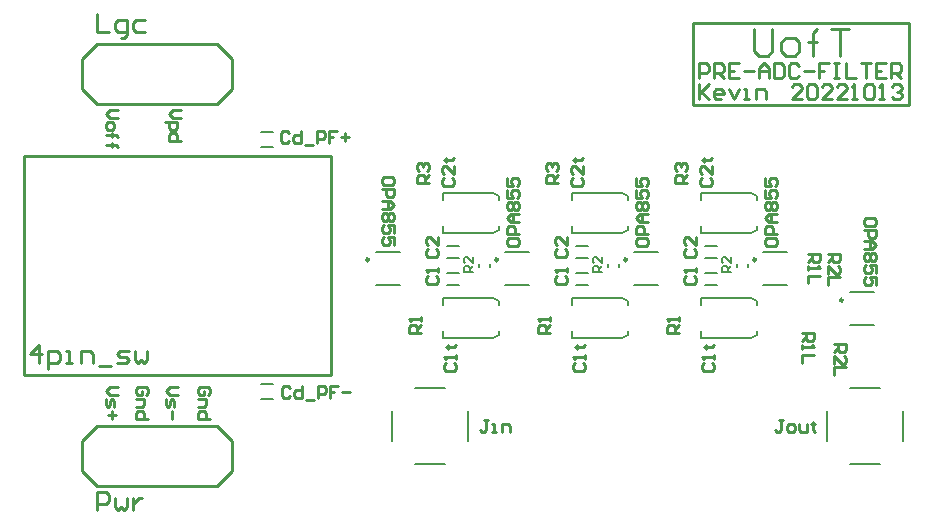
<source format=gto>
G04*
G04 #@! TF.GenerationSoftware,Altium Limited,Altium Designer,22.10.1 (41)*
G04*
G04 Layer_Color=65535*
%FSLAX44Y44*%
%MOMM*%
G71*
G04*
G04 #@! TF.SameCoordinates,7D2A880A-0552-440C-8A1C-2383AA23BDA6*
G04*
G04*
G04 #@! TF.FilePolarity,Positive*
G04*
G01*
G75*
%ADD10C,0.2500*%
%ADD11C,0.2540*%
%ADD12C,0.2000*%
%ADD13C,0.1270*%
%ADD14C,0.2032*%
D10*
X683520Y149740D02*
G03*
X683520Y149740I-1250J0D01*
G01*
X282200Y184030D02*
G03*
X282200Y184030I-1250J0D01*
G01*
X391420D02*
G03*
X391420Y184030I-1250J0D01*
G01*
X500640D02*
G03*
X500640Y184030I-1250J0D01*
G01*
X609860D02*
G03*
X609860Y184030I-1250J0D01*
G01*
D11*
X556260Y314960D02*
X739140D01*
X556260Y384810D02*
X739140D01*
Y314960D02*
Y384810D01*
X556260Y314960D02*
Y384810D01*
X-10160Y86360D02*
Y271780D01*
X250190Y86360D02*
Y271780D01*
X-10160D02*
X250190D01*
X-10160Y86360D02*
X250190D01*
X52070Y-7620D02*
X153670D01*
X39370Y5080D02*
X52070Y-7620D01*
X39370Y5080D02*
Y30480D01*
X52070Y43180D01*
X153670D01*
X166370Y30480D01*
X153670Y-7620D02*
X166370Y5080D01*
Y30480D01*
X39370Y328930D02*
Y354330D01*
X52070Y367030D01*
X39370Y328930D02*
X52070Y316230D01*
X153670D01*
X166370Y328930D01*
Y354330D01*
X153670Y367030D02*
X166370Y354330D01*
X52070Y367030D02*
X153670D01*
X561340Y332736D02*
Y320040D01*
Y324272D01*
X569804Y332736D01*
X563456Y326388D01*
X569804Y320040D01*
X580384D02*
X576152D01*
X574036Y322156D01*
Y326388D01*
X576152Y328504D01*
X580384D01*
X582500Y326388D01*
Y324272D01*
X574036D01*
X586732Y328504D02*
X590964Y320040D01*
X595196Y328504D01*
X599428Y320040D02*
X603660D01*
X601544D01*
Y328504D01*
X599428D01*
X610008Y320040D02*
Y328504D01*
X616356D01*
X618471Y326388D01*
Y320040D01*
X608330Y379723D02*
Y360679D01*
X612139Y356870D01*
X619756D01*
X623565Y360679D01*
Y379723D01*
X634991Y356870D02*
X642609D01*
X646418Y360679D01*
Y368296D01*
X642609Y372105D01*
X634991D01*
X631183Y368296D01*
Y360679D01*
X634991Y356870D01*
X657844D02*
Y375914D01*
Y368296D01*
X654035D01*
X661653D01*
X657844D01*
Y375914D01*
X661653Y379723D01*
X673079D02*
X688314D01*
X680697D01*
Y356870D01*
X648544Y320040D02*
X640080D01*
X648544Y328504D01*
Y330620D01*
X646428Y332736D01*
X642196D01*
X640080Y330620D01*
X652776D02*
X654892Y332736D01*
X659124D01*
X661240Y330620D01*
Y322156D01*
X659124Y320040D01*
X654892D01*
X652776Y322156D01*
Y330620D01*
X673936Y320040D02*
X665472D01*
X673936Y328504D01*
Y330620D01*
X671820Y332736D01*
X667588D01*
X665472Y330620D01*
X686632Y320040D02*
X678168D01*
X686632Y328504D01*
Y330620D01*
X684516Y332736D01*
X680284D01*
X678168Y330620D01*
X690863Y320040D02*
X695096D01*
X692980D01*
Y332736D01*
X690863Y330620D01*
X701443D02*
X703559Y332736D01*
X707791D01*
X709907Y330620D01*
Y322156D01*
X707791Y320040D01*
X703559D01*
X701443Y322156D01*
Y330620D01*
X714139Y320040D02*
X718371D01*
X716255D01*
Y332736D01*
X714139Y330620D01*
X724719D02*
X726835Y332736D01*
X731067D01*
X733183Y330620D01*
Y328504D01*
X731067Y326388D01*
X728951D01*
X731067D01*
X733183Y324272D01*
Y322156D01*
X731067Y320040D01*
X726835D01*
X724719Y322156D01*
X561340Y337820D02*
Y350516D01*
X567688D01*
X569804Y348400D01*
Y344168D01*
X567688Y342052D01*
X561340D01*
X574036Y337820D02*
Y350516D01*
X580384D01*
X582500Y348400D01*
Y344168D01*
X580384Y342052D01*
X574036D01*
X578268D02*
X582500Y337820D01*
X595196Y350516D02*
X586732D01*
Y337820D01*
X595196D01*
X586732Y344168D02*
X590964D01*
X599428D02*
X607892D01*
X612123Y337820D02*
Y346284D01*
X616356Y350516D01*
X620588Y346284D01*
Y337820D01*
Y344168D01*
X612123D01*
X624819Y350516D02*
Y337820D01*
X631167D01*
X633283Y339936D01*
Y348400D01*
X631167Y350516D01*
X624819D01*
X645979Y348400D02*
X643863Y350516D01*
X639631D01*
X637515Y348400D01*
Y339936D01*
X639631Y337820D01*
X643863D01*
X645979Y339936D01*
X650211Y344168D02*
X658675D01*
X671371Y350516D02*
X662907D01*
Y344168D01*
X667139D01*
X662907D01*
Y337820D01*
X675603Y350516D02*
X679835D01*
X677719D01*
Y337820D01*
X675603D01*
X679835D01*
X686183Y350516D02*
Y337820D01*
X694647D01*
X698879Y350516D02*
X707343D01*
X703111D01*
Y337820D01*
X720039Y350516D02*
X711575D01*
Y337820D01*
X720039D01*
X711575Y344168D02*
X715807D01*
X724270Y337820D02*
Y350516D01*
X730619D01*
X732735Y348400D01*
Y344168D01*
X730619Y342052D01*
X724270D01*
X728503D02*
X732735Y337820D01*
X347136Y96941D02*
X345443Y95248D01*
Y91863D01*
X347136Y90170D01*
X353907D01*
X355600Y91863D01*
Y95248D01*
X353907Y96941D01*
X355600Y100327D02*
Y103712D01*
Y102020D01*
X345443D01*
X347136Y100327D01*
Y110483D02*
X348829D01*
Y108791D01*
Y112176D01*
Y110483D01*
X353907D01*
X355600Y112176D01*
X326390Y121920D02*
X316233D01*
Y126998D01*
X317926Y128691D01*
X321312D01*
X323004Y126998D01*
Y121920D01*
Y125306D02*
X326390Y128691D01*
Y132077D02*
Y135462D01*
Y133770D01*
X316233D01*
X317926Y132077D01*
X331896Y170601D02*
X330203Y168908D01*
Y165523D01*
X331896Y163830D01*
X338667D01*
X340360Y165523D01*
Y168908D01*
X338667Y170601D01*
X340360Y173987D02*
Y177372D01*
Y175679D01*
X330203D01*
X331896Y173987D01*
Y193461D02*
X330203Y191768D01*
Y188383D01*
X331896Y186690D01*
X338667D01*
X340360Y188383D01*
Y191768D01*
X338667Y193461D01*
X340360Y203618D02*
Y196847D01*
X333589Y203618D01*
X331896D01*
X330203Y201925D01*
Y198540D01*
X331896Y196847D01*
X332740Y248920D02*
X322583D01*
Y253998D01*
X324276Y255691D01*
X327662D01*
X329354Y253998D01*
Y248920D01*
Y252306D02*
X332740Y255691D01*
X324276Y259077D02*
X322583Y260770D01*
Y264155D01*
X324276Y265848D01*
X325969D01*
X327662Y264155D01*
Y262462D01*
Y264155D01*
X329354Y265848D01*
X331047D01*
X332740Y264155D01*
Y260770D01*
X331047Y259077D01*
X345866Y253151D02*
X344173Y251458D01*
Y248073D01*
X345866Y246380D01*
X352637D01*
X354330Y248073D01*
Y251458D01*
X352637Y253151D01*
X354330Y263308D02*
Y256537D01*
X347559Y263308D01*
X345866D01*
X344173Y261615D01*
Y258230D01*
X345866Y256537D01*
Y268386D02*
X347559D01*
Y266693D01*
Y270079D01*
Y268386D01*
X352637D01*
X354330Y270079D01*
X398783Y200658D02*
Y197273D01*
X400476Y195580D01*
X407247D01*
X408940Y197273D01*
Y200658D01*
X407247Y202351D01*
X400476D01*
X398783Y200658D01*
X408940Y205737D02*
X398783D01*
Y210815D01*
X400476Y212508D01*
X403862D01*
X405554Y210815D01*
Y205737D01*
X408940Y215893D02*
X402169D01*
X398783Y219279D01*
X402169Y222665D01*
X408940D01*
X403862D01*
Y215893D01*
X400476Y226050D02*
X398783Y227743D01*
Y231129D01*
X400476Y232821D01*
X402169D01*
X403862Y231129D01*
X405554Y232821D01*
X407247D01*
X408940Y231129D01*
Y227743D01*
X407247Y226050D01*
X405554D01*
X403862Y227743D01*
X402169Y226050D01*
X400476D01*
X403862Y227743D02*
Y231129D01*
X398783Y242978D02*
Y236207D01*
X403862D01*
X402169Y239592D01*
Y241285D01*
X403862Y242978D01*
X407247D01*
X408940Y241285D01*
Y237900D01*
X407247Y236207D01*
X398783Y253135D02*
Y246364D01*
X403862D01*
X402169Y249749D01*
Y251442D01*
X403862Y253135D01*
X407247D01*
X408940Y251442D01*
Y248056D01*
X407247Y246364D01*
X456356Y96941D02*
X454663Y95248D01*
Y91863D01*
X456356Y90170D01*
X463127D01*
X464820Y91863D01*
Y95248D01*
X463127Y96941D01*
X464820Y100327D02*
Y103712D01*
Y102020D01*
X454663D01*
X456356Y100327D01*
Y110483D02*
X458049D01*
Y108791D01*
Y112176D01*
Y110483D01*
X463127D01*
X464820Y112176D01*
X435610Y121920D02*
X425453D01*
Y126998D01*
X427146Y128691D01*
X430532D01*
X432224Y126998D01*
Y121920D01*
Y125306D02*
X435610Y128691D01*
Y132077D02*
Y135462D01*
Y133770D01*
X425453D01*
X427146Y132077D01*
X441116Y170601D02*
X439423Y168908D01*
Y165523D01*
X441116Y163830D01*
X447887D01*
X449580Y165523D01*
Y168908D01*
X447887Y170601D01*
X449580Y173987D02*
Y177372D01*
Y175679D01*
X439423D01*
X441116Y173987D01*
Y193461D02*
X439423Y191768D01*
Y188383D01*
X441116Y186690D01*
X447887D01*
X449580Y188383D01*
Y191768D01*
X447887Y193461D01*
X449580Y203618D02*
Y196847D01*
X442809Y203618D01*
X441116D01*
X439423Y201925D01*
Y198540D01*
X441116Y196847D01*
X441960Y248920D02*
X431803D01*
Y253998D01*
X433496Y255691D01*
X436882D01*
X438574Y253998D01*
Y248920D01*
Y252306D02*
X441960Y255691D01*
X433496Y259077D02*
X431803Y260770D01*
Y264155D01*
X433496Y265848D01*
X435189D01*
X436882Y264155D01*
Y262462D01*
Y264155D01*
X438574Y265848D01*
X440267D01*
X441960Y264155D01*
Y260770D01*
X440267Y259077D01*
X455086Y253151D02*
X453393Y251458D01*
Y248073D01*
X455086Y246380D01*
X461857D01*
X463550Y248073D01*
Y251458D01*
X461857Y253151D01*
X463550Y263308D02*
Y256537D01*
X456779Y263308D01*
X455086D01*
X453393Y261615D01*
Y258230D01*
X455086Y256537D01*
Y268386D02*
X456779D01*
Y266693D01*
Y270079D01*
Y268386D01*
X461857D01*
X463550Y270079D01*
X508003Y200658D02*
Y197273D01*
X509696Y195580D01*
X516467D01*
X518160Y197273D01*
Y200658D01*
X516467Y202351D01*
X509696D01*
X508003Y200658D01*
X518160Y205737D02*
X508003D01*
Y210815D01*
X509696Y212508D01*
X513082D01*
X514774Y210815D01*
Y205737D01*
X518160Y215893D02*
X511389D01*
X508003Y219279D01*
X511389Y222665D01*
X518160D01*
X513082D01*
Y215893D01*
X509696Y226050D02*
X508003Y227743D01*
Y231129D01*
X509696Y232821D01*
X511389D01*
X513082Y231129D01*
X514774Y232821D01*
X516467D01*
X518160Y231129D01*
Y227743D01*
X516467Y226050D01*
X514774D01*
X513082Y227743D01*
X511389Y226050D01*
X509696D01*
X513082Y227743D02*
Y231129D01*
X508003Y242978D02*
Y236207D01*
X513082D01*
X511389Y239592D01*
Y241285D01*
X513082Y242978D01*
X516467D01*
X518160Y241285D01*
Y237900D01*
X516467Y236207D01*
X508003Y253135D02*
Y246364D01*
X513082D01*
X511389Y249749D01*
Y251442D01*
X513082Y253135D01*
X516467D01*
X518160Y251442D01*
Y248056D01*
X516467Y246364D01*
X711197Y214632D02*
Y218017D01*
X709504Y219710D01*
X702733D01*
X701040Y218017D01*
Y214632D01*
X702733Y212939D01*
X709504D01*
X711197Y214632D01*
X701040Y209553D02*
X711197D01*
Y204475D01*
X709504Y202782D01*
X706118D01*
X704426Y204475D01*
Y209553D01*
X701040Y199397D02*
X707811D01*
X711197Y196011D01*
X707811Y192625D01*
X701040D01*
X706118D01*
Y199397D01*
X709504Y189240D02*
X711197Y187547D01*
Y184161D01*
X709504Y182469D01*
X707811D01*
X706118Y184161D01*
X704426Y182469D01*
X702733D01*
X701040Y184161D01*
Y187547D01*
X702733Y189240D01*
X704426D01*
X706118Y187547D01*
X707811Y189240D01*
X709504D01*
X706118Y187547D02*
Y184161D01*
X711197Y172312D02*
Y179083D01*
X706118D01*
X707811Y175697D01*
Y174005D01*
X706118Y172312D01*
X702733D01*
X701040Y174005D01*
Y177390D01*
X702733Y179083D01*
X711197Y162155D02*
Y168926D01*
X706118D01*
X707811Y165541D01*
Y163848D01*
X706118Y162155D01*
X702733D01*
X701040Y163848D01*
Y167234D01*
X702733Y168926D01*
X648970Y121920D02*
X659127D01*
Y116842D01*
X657434Y115149D01*
X654048D01*
X652356Y116842D01*
Y121920D01*
Y118534D02*
X648970Y115149D01*
Y111763D02*
Y108378D01*
Y110070D01*
X659127D01*
X657434Y111763D01*
X659127Y103299D02*
X648970D01*
Y96528D01*
X675640Y113030D02*
X685797D01*
Y107952D01*
X684104Y106259D01*
X680718D01*
X679026Y107952D01*
Y113030D01*
Y109644D02*
X675640Y106259D01*
Y96102D02*
Y102873D01*
X682411Y96102D01*
X684104D01*
X685797Y97795D01*
Y101180D01*
X684104Y102873D01*
X685797Y92717D02*
X675640D01*
Y85945D01*
X654050Y189230D02*
X664207D01*
Y184152D01*
X662514Y182459D01*
X659128D01*
X657436Y184152D01*
Y189230D01*
Y185844D02*
X654050Y182459D01*
Y179073D02*
Y175688D01*
Y177381D01*
X664207D01*
X662514Y179073D01*
X664207Y170609D02*
X654050D01*
Y163838D01*
X670560Y189230D02*
X680717D01*
Y184152D01*
X679024Y182459D01*
X675638D01*
X673946Y184152D01*
Y189230D01*
Y185844D02*
X670560Y182459D01*
Y172302D02*
Y179073D01*
X677331Y172302D01*
X679024D01*
X680717Y173995D01*
Y177381D01*
X679024Y179073D01*
X680717Y168917D02*
X670560D01*
Y162145D01*
X617223Y200658D02*
Y197273D01*
X618916Y195580D01*
X625687D01*
X627380Y197273D01*
Y200658D01*
X625687Y202351D01*
X618916D01*
X617223Y200658D01*
X627380Y205737D02*
X617223D01*
Y210815D01*
X618916Y212508D01*
X622302D01*
X623994Y210815D01*
Y205737D01*
X627380Y215893D02*
X620609D01*
X617223Y219279D01*
X620609Y222665D01*
X627380D01*
X622302D01*
Y215893D01*
X618916Y226050D02*
X617223Y227743D01*
Y231129D01*
X618916Y232821D01*
X620609D01*
X622302Y231129D01*
X623994Y232821D01*
X625687D01*
X627380Y231129D01*
Y227743D01*
X625687Y226050D01*
X623994D01*
X622302Y227743D01*
X620609Y226050D01*
X618916D01*
X622302Y227743D02*
Y231129D01*
X617223Y242978D02*
Y236207D01*
X622302D01*
X620609Y239592D01*
Y241285D01*
X622302Y242978D01*
X625687D01*
X627380Y241285D01*
Y237900D01*
X625687Y236207D01*
X617223Y253135D02*
Y246364D01*
X622302D01*
X620609Y249749D01*
Y251442D01*
X622302Y253135D01*
X625687D01*
X627380Y251442D01*
Y248056D01*
X625687Y246364D01*
X564306Y253151D02*
X562613Y251458D01*
Y248073D01*
X564306Y246380D01*
X571077D01*
X572770Y248073D01*
Y251458D01*
X571077Y253151D01*
X572770Y263308D02*
Y256537D01*
X565999Y263308D01*
X564306D01*
X562613Y261615D01*
Y258230D01*
X564306Y256537D01*
Y268386D02*
X565999D01*
Y266693D01*
Y270079D01*
Y268386D01*
X571077D01*
X572770Y270079D01*
X551180Y248920D02*
X541023D01*
Y253998D01*
X542716Y255691D01*
X546102D01*
X547794Y253998D01*
Y248920D01*
Y252306D02*
X551180Y255691D01*
X542716Y259077D02*
X541023Y260770D01*
Y264155D01*
X542716Y265848D01*
X544409D01*
X546102Y264155D01*
Y262462D01*
Y264155D01*
X547794Y265848D01*
X549487D01*
X551180Y264155D01*
Y260770D01*
X549487Y259077D01*
X550336Y193461D02*
X548643Y191768D01*
Y188383D01*
X550336Y186690D01*
X557107D01*
X558800Y188383D01*
Y191768D01*
X557107Y193461D01*
X558800Y203618D02*
Y196847D01*
X552029Y203618D01*
X550336D01*
X548643Y201925D01*
Y198540D01*
X550336Y196847D01*
Y170601D02*
X548643Y168908D01*
Y165523D01*
X550336Y163830D01*
X557107D01*
X558800Y165523D01*
Y168908D01*
X557107Y170601D01*
X558800Y173987D02*
Y177372D01*
Y175679D01*
X548643D01*
X550336Y173987D01*
X544830Y121920D02*
X534673D01*
Y126998D01*
X536366Y128691D01*
X539752D01*
X541444Y126998D01*
Y121920D01*
Y125306D02*
X544830Y128691D01*
Y132077D02*
Y135462D01*
Y133770D01*
X534673D01*
X536366Y132077D01*
X565576Y96941D02*
X563883Y95248D01*
Y91863D01*
X565576Y90170D01*
X572347D01*
X574040Y91863D01*
Y95248D01*
X572347Y96941D01*
X574040Y100327D02*
Y103712D01*
Y102020D01*
X563883D01*
X565576Y100327D01*
Y110483D02*
X567269D01*
Y108791D01*
Y112176D01*
Y110483D01*
X572347D01*
X574040Y112176D01*
X303527Y248922D02*
Y252307D01*
X301834Y254000D01*
X295063D01*
X293370Y252307D01*
Y248922D01*
X295063Y247229D01*
X301834D01*
X303527Y248922D01*
X293370Y243843D02*
X303527D01*
Y238765D01*
X301834Y237072D01*
X298448D01*
X296756Y238765D01*
Y243843D01*
X293370Y233687D02*
X300141D01*
X303527Y230301D01*
X300141Y226915D01*
X293370D01*
X298448D01*
Y233687D01*
X301834Y223530D02*
X303527Y221837D01*
Y218451D01*
X301834Y216759D01*
X300141D01*
X298448Y218451D01*
X296756Y216759D01*
X295063D01*
X293370Y218451D01*
Y221837D01*
X295063Y223530D01*
X296756D01*
X298448Y221837D01*
X300141Y223530D01*
X301834D01*
X298448Y221837D02*
Y218451D01*
X303527Y206602D02*
Y213373D01*
X298448D01*
X300141Y209988D01*
Y208295D01*
X298448Y206602D01*
X295063D01*
X293370Y208295D01*
Y211680D01*
X295063Y213373D01*
X303527Y196445D02*
Y203216D01*
X298448D01*
X300141Y199831D01*
Y198138D01*
X298448Y196445D01*
X295063D01*
X293370Y198138D01*
Y201524D01*
X295063Y203216D01*
X93554Y69429D02*
X95247Y71122D01*
Y74507D01*
X93554Y76200D01*
X86783D01*
X85090Y74507D01*
Y71122D01*
X86783Y69429D01*
X90168D01*
Y72814D01*
X85090Y66043D02*
X91861D01*
Y60965D01*
X90168Y59272D01*
X85090D01*
X95247Y49115D02*
X85090D01*
Y54194D01*
X86783Y55887D01*
X90168D01*
X91861Y54194D01*
Y49115D01*
X145624Y69429D02*
X147317Y71122D01*
Y74507D01*
X145624Y76200D01*
X138853D01*
X137160Y74507D01*
Y71122D01*
X138853Y69429D01*
X142238D01*
Y72814D01*
X137160Y66043D02*
X143931D01*
Y60965D01*
X142238Y59272D01*
X137160D01*
X147317Y49115D02*
X137160D01*
Y54194D01*
X138853Y55887D01*
X142238D01*
X143931Y54194D01*
Y49115D01*
X69847Y76200D02*
X63076D01*
X59690Y72814D01*
X63076Y69429D01*
X69847D01*
X59690Y66043D02*
Y60965D01*
X61383Y59272D01*
X63076Y60965D01*
Y64351D01*
X64768Y66043D01*
X66461Y64351D01*
Y59272D01*
X64768Y55887D02*
Y49115D01*
X68154Y52501D02*
X61383D01*
X120647Y76200D02*
X113876D01*
X110490Y72814D01*
X113876Y69429D01*
X120647D01*
X110490Y66043D02*
Y60965D01*
X112183Y59272D01*
X113876Y60965D01*
Y64351D01*
X115568Y66043D01*
X117261Y64351D01*
Y59272D01*
X115568Y55887D02*
Y49115D01*
X69847Y311150D02*
X63076D01*
X59690Y307764D01*
X63076Y304379D01*
X69847D01*
X59690Y299300D02*
Y295915D01*
X61383Y294222D01*
X64768D01*
X66461Y295915D01*
Y299300D01*
X64768Y300993D01*
X61383D01*
X59690Y299300D01*
Y289144D02*
X68154D01*
X64768D01*
Y290837D01*
Y287451D01*
Y289144D01*
X68154D01*
X69847Y287451D01*
X59690Y280680D02*
X68154D01*
X64768D01*
Y282373D01*
Y278987D01*
Y280680D01*
X68154D01*
X69847Y278987D01*
X122762Y311150D02*
X115991D01*
X112606Y307764D01*
X115991Y304379D01*
X122762D01*
X109220Y300993D02*
X119377D01*
Y295915D01*
X117684Y294222D01*
X114298D01*
X112606Y295915D01*
Y300993D01*
X122762Y284065D02*
X112606D01*
Y289144D01*
X114298Y290837D01*
X117684D01*
X119377Y289144D01*
Y284065D01*
X52077Y392427D02*
Y377192D01*
X62233D01*
X72390Y372113D02*
X74929D01*
X77468Y374652D01*
Y387348D01*
X69851D01*
X67312Y384809D01*
Y379731D01*
X69851Y377192D01*
X77468D01*
X92703Y387348D02*
X85086D01*
X82547Y384809D01*
Y379731D01*
X85086Y377192D01*
X92703D01*
X2554Y96522D02*
Y111757D01*
X-5064Y104139D01*
X5093D01*
X10171Y91443D02*
Y106678D01*
X17789D01*
X20328Y104139D01*
Y99061D01*
X17789Y96522D01*
X10171D01*
X25406D02*
X30484D01*
X27945D01*
Y106678D01*
X25406D01*
X38102Y96522D02*
Y106678D01*
X45720D01*
X48259Y104139D01*
Y96522D01*
X53337Y93982D02*
X63494D01*
X68572Y96522D02*
X76190D01*
X78729Y99061D01*
X76190Y101600D01*
X71111D01*
X68572Y104139D01*
X71111Y106678D01*
X78729D01*
X83807D02*
Y99061D01*
X86347Y96522D01*
X88886Y99061D01*
X91425Y96522D01*
X93964Y99061D01*
Y106678D01*
X215484Y75352D02*
X213791Y77045D01*
X210405D01*
X208713Y75352D01*
Y68581D01*
X210405Y66888D01*
X213791D01*
X215484Y68581D01*
X225641Y77045D02*
Y66888D01*
X220562D01*
X218869Y68581D01*
Y71966D01*
X220562Y73659D01*
X225641D01*
X229026Y65195D02*
X235797D01*
X239183Y66888D02*
Y77045D01*
X244261D01*
X245954Y75352D01*
Y71966D01*
X244261Y70274D01*
X239183D01*
X256111Y77045D02*
X249340D01*
Y71966D01*
X252725D01*
X249340D01*
Y66888D01*
X259496Y71966D02*
X266267D01*
X214214Y291252D02*
X212521Y292945D01*
X209135D01*
X207443Y291252D01*
Y284481D01*
X209135Y282788D01*
X212521D01*
X214214Y284481D01*
X224370Y292945D02*
Y282788D01*
X219292D01*
X217599Y284481D01*
Y287866D01*
X219292Y289559D01*
X224370D01*
X227756Y281095D02*
X234527D01*
X237913Y282788D02*
Y292945D01*
X242991D01*
X244684Y291252D01*
Y287866D01*
X242991Y286174D01*
X237913D01*
X254841Y292945D02*
X248069D01*
Y287866D01*
X251455D01*
X248069D01*
Y282788D01*
X258226Y287866D02*
X264997D01*
X261612Y291252D02*
Y284481D01*
X52076Y-27938D02*
Y-12702D01*
X59694D01*
X62233Y-15242D01*
Y-20320D01*
X59694Y-22859D01*
X52076D01*
X67311Y-17781D02*
Y-25398D01*
X69850Y-27938D01*
X72390Y-25398D01*
X74929Y-27938D01*
X77468Y-25398D01*
Y-17781D01*
X82546D02*
Y-27938D01*
Y-22859D01*
X85085Y-20320D01*
X87625Y-17781D01*
X90164D01*
X632463Y48258D02*
X629078D01*
X630770D01*
Y39794D01*
X629078Y38102D01*
X627385D01*
X625692Y39794D01*
X637542Y38102D02*
X640927D01*
X642620Y39794D01*
Y43180D01*
X640927Y44873D01*
X637542D01*
X635849Y43180D01*
Y39794D01*
X637542Y38102D01*
X646006Y44873D02*
Y39794D01*
X647698Y38102D01*
X652777D01*
Y44873D01*
X657855Y46566D02*
Y44873D01*
X656162D01*
X659548D01*
X657855D01*
Y39794D01*
X659548Y38102D01*
X382695Y48258D02*
X379310D01*
X381003D01*
Y39794D01*
X379310Y38102D01*
X377617D01*
X375924Y39794D01*
X386081Y38102D02*
X389466D01*
X387774D01*
Y44873D01*
X386081D01*
X394545Y38102D02*
Y44873D01*
X399623D01*
X401316Y43180D01*
Y38102D01*
D12*
X689770Y156240D02*
X709770D01*
X689717Y128300D02*
X709717D01*
X344551Y145370D02*
Y151892D01*
Y117348D02*
Y123870D01*
X344530Y117350D02*
X387300D01*
X344530Y151890D02*
X387300D01*
Y117350D02*
X392070Y120620D01*
X387300Y151890D02*
X392070Y148620D01*
Y120620D02*
Y123620D01*
Y145620D02*
Y148620D01*
X670310Y30690D02*
Y55670D01*
X689820Y75180D02*
X714800D01*
X734310Y30690D02*
Y55670D01*
X689820Y11180D02*
X714800D01*
X302010Y30690D02*
Y55670D01*
X321520Y75180D02*
X346500D01*
X366010Y30690D02*
Y55670D01*
X321520Y11180D02*
X346500D01*
X190770Y78740D02*
X200770D01*
X190770Y66040D02*
X200770D01*
X190770Y279400D02*
X200770D01*
X190770Y292100D02*
X200770D01*
X288397Y162590D02*
X308397D01*
X288450Y190530D02*
X308450D01*
X397617Y162590D02*
X417617D01*
X397670Y190530D02*
X417670D01*
X506837Y162590D02*
X526837D01*
X506890Y190530D02*
X526890D01*
X616057Y162590D02*
X636057D01*
X616110Y190530D02*
X636110D01*
X501290Y234520D02*
Y237520D01*
Y209520D02*
Y212520D01*
X496520Y240790D02*
X501290Y237520D01*
X496520Y206250D02*
X501290Y209520D01*
X453750Y240790D02*
X496520D01*
X453750Y206250D02*
X496520D01*
X453771Y206248D02*
Y212770D01*
Y234270D02*
Y240792D01*
X501290Y145620D02*
Y148620D01*
Y120620D02*
Y123620D01*
X496520Y151890D02*
X501290Y148620D01*
X496520Y117350D02*
X501290Y120620D01*
X453750Y151890D02*
X496520D01*
X453750Y117350D02*
X496520D01*
X453771Y117348D02*
Y123870D01*
Y145370D02*
Y151892D01*
X562991Y145370D02*
Y151892D01*
Y117348D02*
Y123870D01*
X562970Y117350D02*
X605740D01*
X562970Y151890D02*
X605740D01*
Y117350D02*
X610510Y120620D01*
X605740Y151890D02*
X610510Y148620D01*
Y120620D02*
Y123620D01*
Y145620D02*
Y148620D01*
X562991Y234270D02*
Y240792D01*
Y206248D02*
Y212770D01*
X562970Y206250D02*
X605740D01*
X562970Y240790D02*
X605740D01*
Y206250D02*
X610510Y209520D01*
X605740Y240790D02*
X610510Y237520D01*
Y209520D02*
Y212520D01*
Y234520D02*
Y237520D01*
X392070Y234520D02*
Y237520D01*
Y209520D02*
Y212520D01*
X387300Y240790D02*
X392070Y237520D01*
X387300Y206250D02*
X392070Y209520D01*
X344530Y240790D02*
X387300D01*
X344530Y206250D02*
X387300D01*
X344551Y206248D02*
Y212770D01*
Y234270D02*
Y240792D01*
D13*
X384230Y177970D02*
Y180170D01*
X375230Y177970D02*
Y180170D01*
X602670Y177970D02*
Y180170D01*
X593670Y177970D02*
Y180170D01*
X566500Y195300D02*
X576500D01*
X566500Y185700D02*
X576500D01*
X566500Y172440D02*
X576500D01*
X566500Y162840D02*
X576500D01*
X348060Y185700D02*
X358060D01*
X348060Y195300D02*
X358060D01*
X457280Y185700D02*
X467280D01*
X457280Y195300D02*
X467280D01*
X457280Y162840D02*
X467280D01*
X457280Y172440D02*
X467280D01*
X348060Y162840D02*
X358060D01*
X348060Y172440D02*
X358060D01*
X484450Y177970D02*
Y180170D01*
X493450Y177970D02*
Y180170D01*
D14*
X370078Y173482D02*
X362461D01*
Y177291D01*
X363730Y178560D01*
X366269D01*
X367539Y177291D01*
Y173482D01*
Y176021D02*
X370078Y178560D01*
Y186178D02*
Y181099D01*
X365000Y186178D01*
X363730D01*
X362461Y184908D01*
Y182369D01*
X363730Y181099D01*
X479298Y173482D02*
X471680D01*
Y177291D01*
X472950Y178560D01*
X475489D01*
X476759Y177291D01*
Y173482D01*
Y176021D02*
X479298Y178560D01*
Y186178D02*
Y181099D01*
X474220Y186178D01*
X472950D01*
X471680Y184908D01*
Y182369D01*
X472950Y181099D01*
X588518Y173482D02*
X580900D01*
Y177291D01*
X582170Y178560D01*
X584709D01*
X585979Y177291D01*
Y173482D01*
Y176021D02*
X588518Y178560D01*
Y186178D02*
Y181099D01*
X583440Y186178D01*
X582170D01*
X580900Y184908D01*
Y182369D01*
X582170Y181099D01*
M02*

</source>
